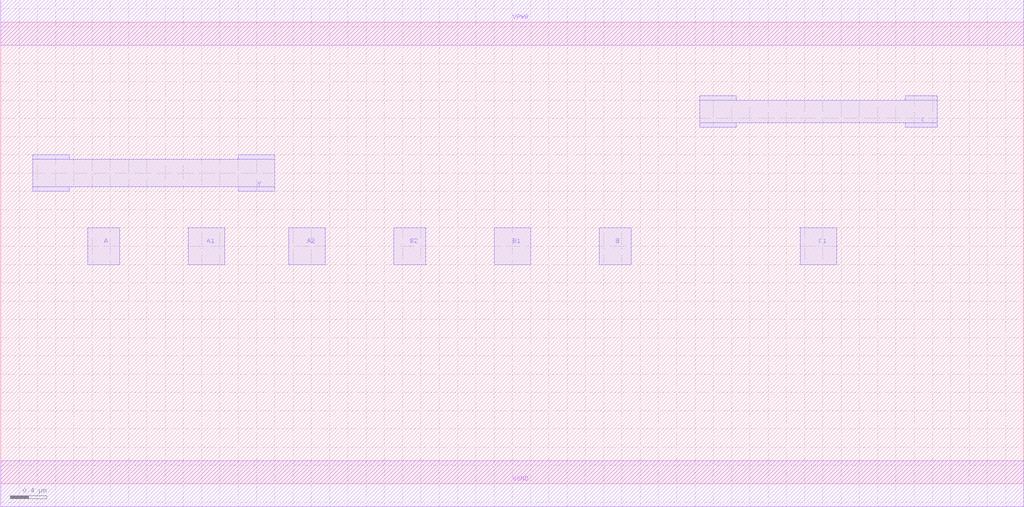
<source format=lef>
VERSION 5.7 ;
  NOWIREEXTENSIONATPIN ON ;
  DIVIDERCHAR "/" ;
  BUSBITCHARS "[]" ;
MACRO AAAOI332
  CLASS CORE ;
  FOREIGN AAAOI332 ;
  ORIGIN 0.000 0.000 ;
  SIZE 11.200 BY 5.050 ;
  SYMMETRY X Y R90 ;
  SITE unit ;
  PIN VPWR
    DIRECTION INOUT ;
    USE POWER ;
    SHAPE ABUTMENT ;
    PORT
      LAYER Metal1 ;
        RECT 0.000 4.800 11.200 5.300 ;
    END
  END VPWR
  PIN VGND
    DIRECTION INOUT ;
    USE GROUND ;
    SHAPE ABUTMENT ;
    PORT
      LAYER Metal1 ;
        RECT 0.000 -0.250 11.200 0.250 ;
    END
  END VGND
  PIN Y
    DIRECTION INOUT ;
    USE SIGNAL ;
    SHAPE ABUTMENT ;
    PORT
      LAYER Metal2 ;
        RECT 0.350 3.550 0.750 3.600 ;
        RECT 2.600 3.550 3.000 3.600 ;
        RECT 0.350 3.250 3.000 3.550 ;
        RECT 0.350 3.200 0.750 3.250 ;
        RECT 2.600 3.200 3.000 3.250 ;
    END
  END Y
  PIN C1
    DIRECTION INOUT ;
    USE SIGNAL ;
    SHAPE ABUTMENT ;
    PORT
      LAYER Metal2 ;
        RECT 8.750 2.400 9.150 2.800 ;
    END
  END C1
  PIN B2
    DIRECTION INOUT ;
    USE SIGNAL ;
    SHAPE ABUTMENT ;
    PORT
      LAYER Metal2 ;
        RECT 4.300 2.400 4.650 2.800 ;
    END
  END B2
  PIN B1
    DIRECTION INOUT ;
    USE SIGNAL ;
    SHAPE ABUTMENT ;
    PORT
      LAYER Metal2 ;
        RECT 5.400 2.400 5.800 2.800 ;
    END
  END B1
  PIN C
    DIRECTION INOUT ;
    USE SIGNAL ;
    SHAPE ABUTMENT ;
    PORT
      LAYER Metal2 ;
        RECT 7.650 4.200 8.050 4.250 ;
        RECT 9.900 4.200 10.250 4.250 ;
        RECT 7.650 3.950 10.250 4.200 ;
        RECT 7.650 3.900 8.050 3.950 ;
        RECT 9.900 3.900 10.250 3.950 ;
    END
  END C
  PIN A2
    DIRECTION INOUT ;
    USE SIGNAL ;
    SHAPE ABUTMENT ;
    PORT
      LAYER Metal2 ;
        RECT 3.150 2.400 3.550 2.800 ;
    END
  END A2
  PIN A
    DIRECTION INOUT ;
    USE SIGNAL ;
    SHAPE ABUTMENT ;
    PORT
      LAYER Metal2 ;
        RECT 0.950 2.400 1.300 2.800 ;
    END
  END A
  PIN B
    DIRECTION INOUT ;
    USE SIGNAL ;
    SHAPE ABUTMENT ;
    PORT
      LAYER Metal2 ;
        RECT 6.550 2.400 6.900 2.800 ;
    END
  END B
  PIN A1
    DIRECTION INOUT ;
    USE SIGNAL ;
    SHAPE ABUTMENT ;
    PORT
      LAYER Metal2 ;
        RECT 2.050 2.400 2.450 2.800 ;
    END
  END A1
END AAAOI332
END LIBRARY


</source>
